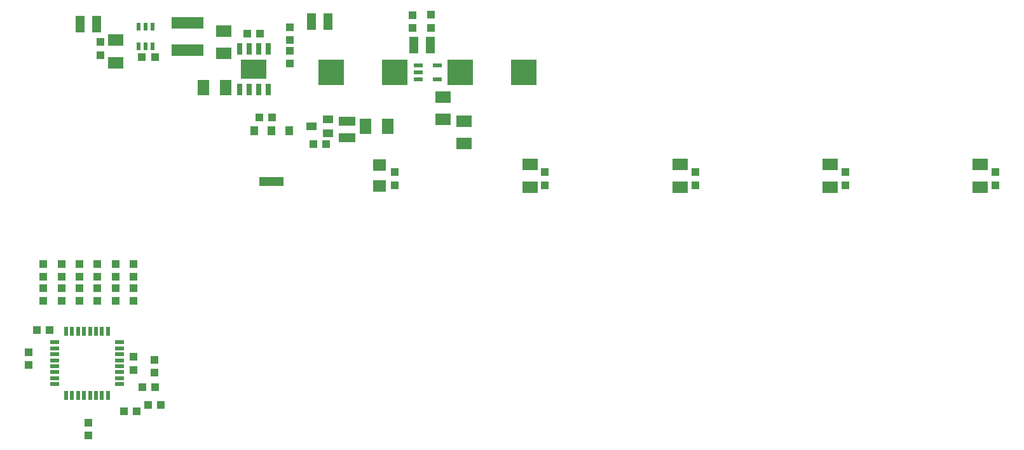
<source format=gbr>
G04 EAGLE Gerber RS-274X export*
G75*
%MOMM*%
%FSLAX34Y34*%
%LPD*%
%INSolderpaste Top*%
%IPPOS*%
%AMOC8*
5,1,8,0,0,1.08239X$1,22.5*%
G01*
%ADD10R,1.800000X1.600000*%
%ADD11R,2.000000X1.500000*%
%ADD12R,1.080000X1.050000*%
%ADD13R,1.270000X0.558800*%
%ADD14R,0.558800X1.270000*%
%ADD15R,1.100000X1.000000*%
%ADD16R,1.000000X1.100000*%
%ADD17R,0.700000X1.550000*%
%ADD18R,3.500000X2.600000*%
%ADD19R,1.500000X2.000000*%
%ADD20R,1.200000X0.600000*%
%ADD21R,3.500000X3.500000*%
%ADD22R,1.250000X2.200000*%
%ADD23R,2.200000X1.250000*%
%ADD24R,1.000000X1.200000*%
%ADD25R,3.300000X1.200000*%
%ADD26R,1.400000X1.000000*%
%ADD27R,0.550000X1.050000*%
%ADD28R,4.200000X1.500000*%
%ADD29R,1.050000X1.080000*%


D10*
X540000Y596000D03*
X540000Y624000D03*
D11*
X740000Y595000D03*
X740000Y625000D03*
X940000Y595000D03*
X940000Y625000D03*
X1140000Y595000D03*
X1140000Y625000D03*
X1340000Y595000D03*
X1340000Y625000D03*
D12*
X560000Y597250D03*
X560000Y614750D03*
X760000Y597250D03*
X760000Y614750D03*
X960000Y597250D03*
X960000Y614750D03*
X1160000Y597250D03*
X1160000Y614750D03*
X1360000Y597250D03*
X1360000Y614750D03*
D13*
X107074Y388000D03*
X107074Y380000D03*
X107074Y372000D03*
X107074Y364000D03*
X107074Y356000D03*
X107074Y348000D03*
X107074Y340000D03*
X107074Y332000D03*
D14*
X122000Y317074D03*
X130000Y317074D03*
X138000Y317074D03*
X146000Y317074D03*
X154000Y317074D03*
X162000Y317074D03*
X170000Y317074D03*
X178000Y317074D03*
D13*
X192926Y332000D03*
X192926Y340000D03*
X192926Y348000D03*
X192926Y356000D03*
X192926Y364000D03*
X192926Y372000D03*
X192926Y380000D03*
X192926Y388000D03*
D14*
X178000Y402926D03*
X170000Y402926D03*
X162000Y402926D03*
X154000Y402926D03*
X146000Y402926D03*
X138000Y402926D03*
X130000Y402926D03*
X122000Y402926D03*
D12*
X212000Y368750D03*
X212000Y351250D03*
X72000Y374750D03*
X72000Y357250D03*
D15*
X212000Y492500D03*
X212000Y475500D03*
X188000Y492500D03*
X188000Y475500D03*
X164000Y492500D03*
X164000Y475500D03*
X212000Y460500D03*
X212000Y443500D03*
X188000Y460500D03*
X188000Y443500D03*
X164000Y460500D03*
X164000Y443500D03*
D16*
X83500Y404000D03*
X100500Y404000D03*
D17*
X391050Y779250D03*
X378350Y779250D03*
X365650Y779250D03*
X352950Y779250D03*
X352950Y724750D03*
X365650Y724750D03*
X378350Y724750D03*
X391050Y724750D03*
D18*
X372000Y752000D03*
D12*
X168000Y771250D03*
X168000Y788750D03*
D16*
X363500Y800000D03*
X380500Y800000D03*
D11*
X188000Y791000D03*
X188000Y761000D03*
D19*
X335000Y728000D03*
X305000Y728000D03*
D15*
X420000Y791500D03*
X420000Y808500D03*
X420000Y759500D03*
X420000Y776500D03*
X140000Y492500D03*
X140000Y475500D03*
X140000Y460500D03*
X140000Y443500D03*
X116000Y492500D03*
X116000Y475500D03*
X116000Y460500D03*
X116000Y443500D03*
D20*
X591500Y757500D03*
X591500Y748000D03*
X591500Y738500D03*
X616500Y738500D03*
X616500Y757500D03*
D11*
X624000Y715000D03*
X624000Y685000D03*
D21*
X475000Y748000D03*
X560000Y748000D03*
D22*
X585000Y784000D03*
X607000Y784000D03*
D15*
X584000Y824500D03*
X584000Y807500D03*
D12*
X608000Y824750D03*
X608000Y807250D03*
D21*
X647000Y748000D03*
X732000Y748000D03*
D22*
X449000Y816000D03*
X471000Y816000D03*
D23*
X496000Y661000D03*
X496000Y683000D03*
D19*
X521000Y676000D03*
X551000Y676000D03*
D24*
X419000Y670000D03*
X396000Y670000D03*
X373000Y670000D03*
D25*
X396000Y602000D03*
D26*
X449000Y676000D03*
X471000Y685500D03*
X471000Y666500D03*
D16*
X379500Y688000D03*
X396500Y688000D03*
X468500Y652000D03*
X451500Y652000D03*
D11*
X652000Y683000D03*
X652000Y653000D03*
D27*
X237500Y809000D03*
X228000Y809000D03*
X218500Y809000D03*
X218500Y783000D03*
X228000Y783000D03*
X237500Y783000D03*
D28*
X284000Y778000D03*
X284000Y814000D03*
D11*
X332000Y803000D03*
X332000Y773000D03*
D29*
X223250Y768000D03*
X240750Y768000D03*
D15*
X92000Y492500D03*
X92000Y475500D03*
X92000Y460500D03*
X92000Y443500D03*
D16*
X240500Y328000D03*
X223500Y328000D03*
D15*
X152000Y280500D03*
X152000Y263500D03*
X240000Y347500D03*
X240000Y364500D03*
D16*
X199500Y296000D03*
X216500Y296000D03*
X231500Y304000D03*
X248500Y304000D03*
D22*
X141000Y812000D03*
X163000Y812000D03*
M02*

</source>
